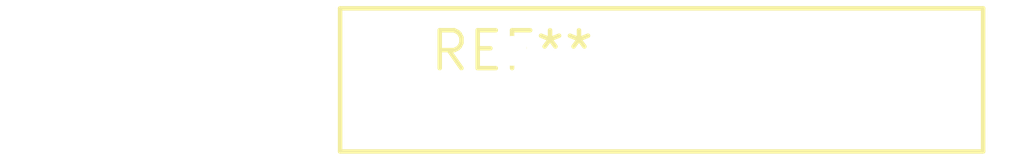
<source format=kicad_pcb>
(kicad_pcb (version 20240108) (generator pcbnew)
  (layers (0 "F.Cu" signal) (31 "B.Cu" signal) (34 "B.Paste" user) (35 "F.Paste" user) (36 "B.SilkS" user "B.Silkscreen") (37 "F.SilkS" user "F.Silkscreen") (38 "B.Mask" user) (39 "F.Mask" user) (44 "Edge.Cuts" user))
  (net 0 "")
  (footprint "RV_Disc_D21.5mm_W4.8mm_P10mm" (layer "F.Cu") (at 0 0)
    (property "Reference" "REF**")
    (property "Value" "RV_Disc_D21.5mm_W4.8mm_P10mm")
    (fp_line (start -5.75 -1.425) (end -5.75 3.375) (layer "F.SilkS") (stroke (width 0.15)))
    (fp_line (start -5.75 -1.425) (end 15.75 -1.425) (layer "F.SilkS") (stroke (width 0.15)))
    (fp_line (start -5.75 3.375) (end 15.75 3.375) (layer "F.SilkS") (stroke (width 0.15)))
    (fp_line (start 15.75 -1.425) (end 15.75 3.375) (layer "F.SilkS") (stroke (width 0.15)))
    (pad "1" thru_hole circle (at 0 0) (size 2 2) (drill 1) (layers *.Cu *.Mask) (remove_unused_layers))
    (pad "2" thru_hole circle (at 10 1.95) (size 2 2) (drill 1) (layers *.Cu *.Mask) (remove_unused_layers))
  )
)
</source>
